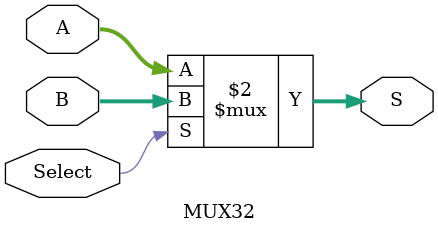
<source format=v>
module MUX32(
A,B,Select,S
    );
    input [31:0] A,B;
    input Select;
    output [31:0] S;
    assign S = (Select==0) ? A:B;
endmodule
</source>
